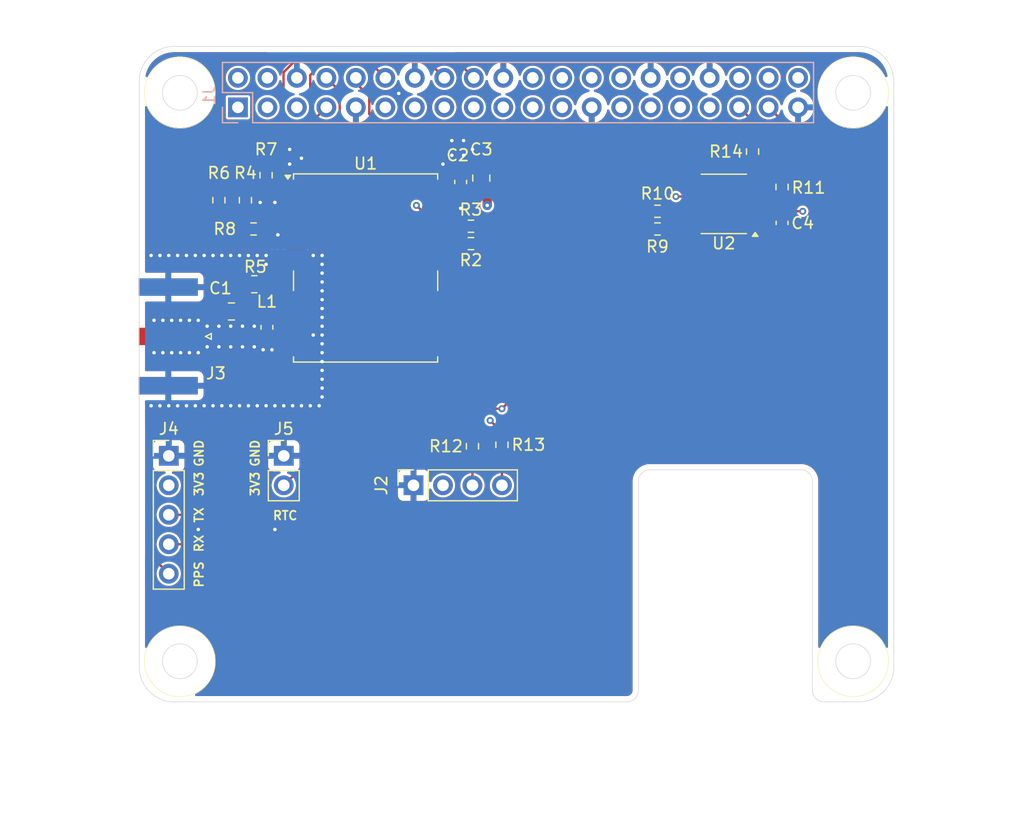
<source format=kicad_pcb>
(kicad_pcb (version 20241229) (generator "pcbnew") (generator_version "9.0")
  (layers (0 "F.Cu" signal) (4 "In1.Cu" signal) (6 "In2.Cu" signal) (2 "B.Cu" signal) (13 "F.Paste" user) (15 "B.Paste" user) (5 "F.SilkS" user "F.Silkscreen") (7 "B.SilkS" user "B.Silkscreen") (1 "F.Mask" user) (3 "B.Mask" user) (25 "Edge.Cuts" user))
  (net 0 "")
  (net 1 "GND")
  (net 2 "UART_TX")
  (net 3 "+3.3V")
  (net 4 "UART_RX")
  (net 5 "+5V")
  (net 6 "SCL")
  (net 7 "SDA")
  (net 8 "Net-(J3-In)")
  (net 11 "PPS")
  (net 38 "Net-(U1-TXD)")
  (net 39 "Net-(U1-RXD)")
  (net 40 "Net-(U1-TIMEPULSE)")
  (net 41 "Net-(U1-VCC_RF)")
  (net 42 "VCC_BCKP")
  (net 43 "Net-(C1-Pad1)")
  (net 44 "RESET")
  (net 45 "Net-(U1-~{RESET})")
  (net 46 "Net-(U1-SAFEBOOT_N)")
  (net 47 "SAFEBOOT")
  (net 48 "EXTINT")
  (net 49 "Net-(U1-EXTINT)")
  (net 50 "PPS_RTC")
  (net 51 "Net-(U2-SCL)")
  (net 52 "Net-(U2-SDA)")
  (net 53 "Net-(U2-~{INT}{slash}SQW)")
  (net 55 "Net-(J2-Pin_4)")
  (net 56 "Net-(J2-Pin_3)")
  (net 57 "RTC_RESET")
  (net 58 "Net-(U2-~{RST})")
  (footprint "Resistor_SMD:R_0805_2012Metric" (layer "F.Cu") (at 168.9125 51.5 180)
    (property "Reference" "R5" (at -0.0875 1.5 0) (layer "F.SilkS"))
    (property "Value" "10")
    (fp_line (start -0.227064 0.735) (end 0.227064 0.735) (stroke (width 0.12)) (layer "F.SilkS"))
    (fp_line (start -0.227064 -0.735) (end 0.227064 -0.735) (stroke (width 0.12)) (layer "F.SilkS"))
    (pad "1" smd roundrect (at -0.9125 0 180) (size 1.025 1.4) (layers "F.Cu" "F.Mask" "F.Paste") (roundrect_rratio 0.243902) (net 41 "Net-(U1-VCC_RF)"))
    (pad "2" smd roundrect (at 0.9125 0 180) (size 1.025 1.4) (layers "F.Cu" "F.Mask" "F.Paste") (roundrect_rratio 0.243902) (net 43 "Net-(C1-Pad1)"))
  )
  (footprint "Capacitor_SMD:C_0603_1608Metric" (layer "F.Cu") (at 186.69 42.685 -90)
    (property "Reference" "C2" (at -2.299 0.254 180) (layer "F.SilkS"))
    (property "Value" "1u")
    (fp_line (start -0.14058 0.51) (end 0.14058 0.51) (stroke (width 0.12)) (layer "F.SilkS"))
    (fp_line (start -0.14058 -0.51) (end 0.14058 -0.51) (stroke (width 0.12)) (layer "F.SilkS"))
    (pad "1" smd roundrect (at -0.775 0 270) (size 0.9 0.95) (layers "F.Cu" "F.Mask" "F.Paste") (net 1 "GND"))
    (pad "2" smd roundrect (at 0.775 0 270) (size 0.9 0.95) (layers "F.Cu" "F.Mask" "F.Paste") (net 3 "+3.3V"))
  )
  (footprint "Resistor_SMD:R_0603_1608Metric" (layer "F.Cu") (at 168.847 46.736)
    (property "Reference" "R8" (at -2.477 0 0) (layer "F.SilkS"))
    (property "Value" "33")
    (fp_line (start -0.237258 -0.5225) (end 0.237258 -0.5225) (stroke (width 0.12)) (layer "F.SilkS"))
    (fp_line (start -0.237258 0.5225) (end 0.237258 0.5225) (stroke (width 0.12)) (layer "F.SilkS"))
    (pad "1" smd roundrect (at -0.825 0) (size 0.8 0.95) (layers "F.Cu" "F.Mask" "F.Paste") (net 48 "EXTINT"))
    (pad "2" smd roundrect (at 0.825 0) (size 0.8 0.95) (layers "F.Cu" "F.Mask" "F.Paste") (net 49 "Net-(U1-EXTINT)"))
  )
  (footprint "Resistor_SMD:R_0603_1608Metric" (layer "F.Cu") (at 190.246 65.341 90)
    (property "Reference" "R13" (at 0 2.286 180) (layer "F.SilkS"))
    (property "Value" "33")
    (fp_line (start -0.237258 -0.5225) (end 0.237258 -0.5225) (stroke (width 0.12)) (layer "F.SilkS"))
    (fp_line (start -0.237258 0.5225) (end 0.237258 0.5225) (stroke (width 0.12)) (layer "F.SilkS"))
    (pad "1" smd roundrect (at -0.825 0 90) (size 0.8 0.95) (layers "F.Cu" "F.Mask" "F.Paste") (net 55 "Net-(J2-Pin_4)"))
    (pad "2" smd roundrect (at 0.825 0 90) (size 0.8 0.95) (layers "F.Cu" "F.Mask" "F.Paste") (net 7 "SDA"))
  )
  (footprint "Resistor_SMD:R_0603_1608Metric" (layer "F.Cu") (at 169.926 42.101 -90)
    (property "Reference" "R7" (at -2.223 0 180) (layer "F.SilkS"))
    (property "Value" "33")
    (fp_line (start -0.237258 0.5225) (end 0.237258 0.5225) (stroke (width 0.12)) (layer "F.SilkS"))
    (fp_line (start -0.237258 -0.5225) (end 0.237258 -0.5225) (stroke (width 0.12)) (layer "F.SilkS"))
    (pad "1" smd roundrect (at -0.825 0 270) (size 0.8 0.95) (layers "F.Cu" "F.Mask" "F.Paste") (net 47 "SAFEBOOT"))
    (pad "2" smd roundrect (at 0.825 0 270) (size 0.8 0.95) (layers "F.Cu" "F.Mask" "F.Paste") (net 46 "Net-(U1-SAFEBOOT_N)"))
  )
  (footprint "Resistor_SMD:R_0603_1608Metric" (layer "F.Cu") (at 187.706 65.469 -90)
    (property "Reference" "R12" (at 0 2.286 0) (layer "F.SilkS"))
    (property "Value" "33")
    (fp_line (start -0.237258 0.5225) (end 0.237258 0.5225) (stroke (width 0.12)) (layer "F.SilkS"))
    (fp_line (start -0.237258 -0.5225) (end 0.237258 -0.5225) (stroke (width 0.12)) (layer "F.SilkS"))
    (pad "1" smd roundrect (at -0.825 0 270) (size 0.8 0.95) (layers "F.Cu" "F.Mask" "F.Paste") (net 6 "SCL"))
    (pad "2" smd roundrect (at 0.825 0 270) (size 0.8 0.95) (layers "F.Cu" "F.Mask" "F.Paste") (net 56 "Net-(J2-Pin_3)"))
  )
  (footprint "Capacitor_SMD:C_0805_2012Metric" (layer "F.Cu") (at 188.468 42.352 -90)
    (property "Reference" "C3" (at -2.474 0 180) (layer "F.SilkS"))
    (property "Value" "22u")
    (fp_line (start -0.261252 0.735) (end 0.261252 0.735) (stroke (width 0.12)) (layer "F.SilkS"))
    (fp_line (start -0.261252 -0.735) (end 0.261252 -0.735) (stroke (width 0.12)) (layer "F.SilkS"))
    (pad "1" smd roundrect (at -0.95 0 270) (size 1 1.45) (layers "F.Cu" "F.Mask" "F.Paste") (net 1 "GND"))
    (pad "2" smd roundrect (at 0.95 0 270) (size 1 1.45) (layers "F.Cu" "F.Mask" "F.Paste") (net 3 "+3.3V"))
  )
  (footprint "Resistor_SMD:R_0603_1608Metric" (layer "F.Cu") (at 214.376 43.117 -90)
    (property "Reference" "R11" (at 0.063 -2.286 180) (layer "F.SilkS"))
    (property "Value" "33")
    (fp_line (start -0.237258 0.5225) (end 0.237258 0.5225) (stroke (width 0.12)) (layer "F.SilkS"))
    (fp_line (start -0.237258 -0.5225) (end 0.237258 -0.5225) (stroke (width 0.12)) (layer "F.SilkS"))
    (pad "1" smd roundrect (at -0.825 0 270) (size 0.8 0.95) (layers "F.Cu" "F.Mask" "F.Paste") (net 50 "PPS_RTC"))
    (pad "2" smd roundrect (at 0.825 0 270) (size 0.8 0.95) (layers "F.Cu" "F.Mask" "F.Paste") (net 53 "Net-(U2-~{INT}{slash}SQW)"))
  )
  (footprint "Capacitor_SMD:C_0603_1608Metric" (layer "F.Cu") (at 214.376 46.215 -90)
    (property "Reference" "C4" (at 0.013 -1.778 180) (layer "F.SilkS"))
    (property "Value" "1u")
    (fp_line (start -0.14058 0.51) (end 0.14058 0.51) (stroke (width 0.12)) (layer "F.SilkS"))
    (fp_line (start -0.14058 -0.51) (end 0.14058 -0.51) (stroke (width 0.12)) (layer "F.SilkS"))
    (pad "1" smd roundrect (at -0.775 0 270) (size 0.9 0.95) (layers "F.Cu" "F.Mask" "F.Paste") (net 3 "+3.3V"))
    (pad "2" smd roundrect (at 0.775 0 270) (size 0.9 0.95) (layers "F.Cu" "F.Mask" "F.Paste") (net 1 "GND"))
  )
  (footprint "RF_GPS:ublox_NEO" (layer "F.Cu") (at 178.5 50.1)
    (property "Reference" "U1" (at 0 -9 0) (layer "F.SilkS"))
    (property "Value" "NEO-F10T")
    (fp_line (start -6.21 -8.11) (end -6.21 -7.66) (stroke (width 0.12)) (layer "F.SilkS"))
    (fp_line (start -6.21 -8.11) (end 6.21 -8.11) (stroke (width 0.12)) (layer "F.SilkS"))
    (fp_line (start -6.21 0.26) (end -6.21 1.94) (stroke (width 0.12)) (layer "F.SilkS"))
    (fp_line (start -6.21 7.66) (end -6.21 8.11) (stroke (width 0.12)) (layer "F.SilkS"))
    (fp_line (start -6.21 8.11) (end 6.21 8.11) (stroke (width 0.12)) (layer "F.SilkS"))
    (fp_line (start 6.21 -8.11) (end 6.21 -7.66) (stroke (width 0.12)) (layer "F.SilkS"))
    (fp_line (start 6.21 0.26) (end 6.21 1.94) (stroke (width 0.12)) (layer "F.SilkS"))
    (fp_line (start 6.21 7.66) (end 6.21 8.1) (stroke (width 0.12)) (layer "F.SilkS"))
    (fp_poly (pts (xy -6.7 -7.66) (xy -6.94 -7.99) (xy -6.46 -7.99) (xy -6.7 -7.66)) (stroke (width 0.12)) (fill yes) (layer "F.SilkS"))
    (pad "1" smd roundrect (at -6 -7) (size 1.8 0.8) (layers "F.Cu" "F.Mask" "F.Paste") (net 46 "Net-(U1-SAFEBOOT_N)"))
    (pad "2" smd roundrect (at -6 -5.9) (size 1.8 0.8) (layers "F.Cu" "F.Mask" "F.Paste"))
    (pad "3" smd roundrect (at -6 -4.8) (size 1.8 0.8) (layers "F.Cu" "F.Mask" "F.Paste") (net 40 "Net-(U1-TIMEPULSE)"))
    (pad "4" smd roundrect (at -6 -3.7) (size 1.8 0.8) (layers "F.Cu" "F.Mask" "F.Paste") (net 49 "Net-(U1-EXTINT)"))
    (pad "5" smd roundrect (at -6 -2.6) (size 1.8 0.8) (layers "F.Cu" "F.Mask" "F.Paste"))
    (pad "6" smd roundrect (at -6 -1.5) (size 1.8 0.8) (layers "F.Cu" "F.Mask" "F.Paste"))
    (pad "7" smd roundrect (at -6 -0.4) (size 1.8 0.8) (layers "F.Cu" "F.Mask" "F.Paste"))
    (pad "8" smd roundrect (at -6 2.6) (size 1.8 0.8) (layers "F.Cu" "F.Mask" "F.Paste") (net 45 "Net-(U1-~{RESET})"))
    (pad "9" smd roundrect (at -6 3.7) (size 1.8 0.8) (layers "F.Cu" "F.Mask" "F.Paste") (net 41 "Net-(U1-VCC_RF)"))
    (pad "10" smd roundrect (at -6 4.8) (size 1.8 0.8) (layers "F.Cu" "F.Mask" "F.Paste") (net 1 "GND"))
    (pad "11" smd roundrect (at -6 5.9) (size 1.8 0.8) (layers "F.Cu" "F.Mask" "F.Paste") (net 8 "Net-(J3-In)"))
    (pad "12" smd roundrect (at -6 7) (size 1.8 0.8) (layers "F.Cu" "F.Mask" "F.Paste") (net 1 "GND"))
    (pad "13" smd roundrect (at 6 7) (size 1.8 0.8) (layers "F.Cu" "F.Mask" "F.Paste") (net 1 "GND"))
    (pad "14" smd roundrect (at 6 5.9) (size 1.8 0.8) (layers "F.Cu" "F.Mask" "F.Paste"))
    (pad "15" smd roundrect (at 6 4.8) (size 1.8 0.8) (layers "F.Cu" "F.Mask" "F.Paste"))
    (pad "16" smd roundrect (at 6 3.7) (size 1.8 0.8) (layers "F.Cu" "F.Mask" "F.Paste"))
    (pad "17" smd roundrect (at 6 2.6) (size 1.8 0.8) (layers "F.Cu" "F.Mask" "F.Paste"))
    (pad "18" smd roundrect (at 6 -0.4) (size 1.8 0.8) (layers "F.Cu" "F.Mask" "F.Paste"))
    (pad "19" smd roundrect (at 6 -1.5) (size 1.8 0.8) (layers "F.Cu" "F.Mask" "F.Paste"))
    (pad "20" smd roundrect (at 6 -2.6) (size 1.8 0.8) (layers "F.Cu" "F.Mask" "F.Paste") (net 38 "Net-(U1-TXD)"))
    (pad "21" smd roundrect (at 6 -3.7) (size 1.8 0.8) (layers "F.Cu" "F.Mask" "F.Paste") (net 39 "Net-(U1-RXD)"))
    (pad "22" smd roundrect (at 6 -4.8) (size 1.8 0.8) (layers "F.Cu" "F.Mask" "F.Paste") (net 42 "VCC_BCKP"))
    (pad "23" smd roundrect (at 6 -5.9) (size 1.8 0.8) (layers "F.Cu" "F.Mask" "F.Paste") (net 3 "+3.3V"))
    (pad "24" smd roundrect (at 6 -7) (size 1.8 0.8) (layers "F.Cu" "F.Mask" "F.Paste") (net 1 "GND"))
  )
  (footprint "Resistor_SMD:R_0603_1608Metric" (layer "F.Cu") (at 187.575 46.5)
    (property "Reference" "R3" (at 0 -1.43 0) (layer "F.SilkS"))
    (property "Value" "33")
    (fp_line (start -0.237258 -0.5225) (end 0.237258 -0.5225) (stroke (width 0.12)) (layer "F.SilkS"))
    (fp_line (start -0.237258 0.5225) (end 0.237258 0.5225) (stroke (width 0.12)) (layer "F.SilkS"))
    (pad "1" smd roundrect (at -0.825 0) (size 0.8 0.95) (layers "F.Cu" "F.Mask" "F.Paste") (net 39 "Net-(U1-RXD)"))
    (pad "2" smd roundrect (at 0.825 0) (size 0.8 0.95) (layers "F.Cu" "F.Mask" "F.Paste") (net 2 "UART_TX"))
  )
  (footprint "Inductor_SMD:L_0603_1608Metric" (layer "F.Cu") (at 170 55.2125 -90)
    (property "Reference" "L1" (at -2.2125 0 180) (layer "F.SilkS"))
    (property "Value" "47n")
    (fp_line (start -0.162779 0.51) (end 0.162779 0.51) (stroke (width 0.12)) (layer "F.SilkS"))
    (fp_line (start -0.162779 -0.51) (end 0.162779 -0.51) (stroke (width 0.12)) (layer "F.SilkS"))
    (pad "1" smd roundrect (at -0.7875 0 270) (size 0.875 0.95) (layers "F.Cu" "F.Mask" "F.Paste") (net 43 "Net-(C1-Pad1)"))
    (pad "2" smd roundrect (at 0.7875 0 270) (size 0.875 0.95) (layers "F.Cu" "F.Mask" "F.Paste") (net 8 "Net-(J3-In)"))
  )
  (footprint "Resistor_SMD:R_0603_1608Metric" (layer "F.Cu") (at 203.645 46.736)
    (property "Reference" "R9" (at 0 1.524 0) (layer "F.SilkS"))
    (property "Value" "33")
    (fp_line (start -0.237258 -0.5225) (end 0.237258 -0.5225) (stroke (width 0.12)) (layer "F.SilkS"))
    (fp_line (start -0.237258 0.5225) (end 0.237258 0.5225) (stroke (width 0.12)) (layer "F.SilkS"))
    (pad "1" smd roundrect (at -0.825 0) (size 0.8 0.95) (layers "F.Cu" "F.Mask" "F.Paste") (net 6 "SCL"))
    (pad "2" smd roundrect (at 0.825 0) (size 0.8 0.95) (layers "F.Cu" "F.Mask" "F.Paste") (net 51 "Net-(U2-SCL)"))
  )
  (footprint "Connector_Coaxial:SMA_Amphenol_132289_EdgeMount" (layer "F.Cu") (at 161.5 56 180)
    (property "Reference" "J3" (at -4.108 -3.182 180) (layer "F.SilkS"))
    (property "Value" "SMA")
    (fp_line (start -3.21 0) (end -3.71 -0.25) (stroke (width 0.12)) (layer "F.SilkS"))
    (fp_line (start -3.71 0.25) (end -3.21 0) (stroke (width 0.12)) (layer "F.SilkS"))
    (fp_line (start -3.71 -0.25) (end -3.71 0.25) (stroke (width 0.12)) (layer "F.SilkS"))
    (pad "1" smd rect (at 0 0 270) (size 1.5 5.08) (layers "F.Cu" "F.Mask" "F.Paste") (net 8 "Net-(J3-In)"))
    (pad "2" smd rect (at 0 -4.25 270) (size 1.5 5.08) (layers "F.Cu" "F.Mask" "F.Paste") (net 1 "GND"))
    (pad "2" smd rect (at 0 -4.25 270) (size 1.5 5.08) (layers "B.Cu" "B.Mask" "B.Paste") (net 1 "GND"))
    (pad "2" smd rect (at 0 4.25 270) (size 1.5 5.08) (layers "F.Cu" "F.Mask" "F.Paste") (net 1 "GND"))
    (pad "2" smd rect (at 0 4.25 270) (size 1.5 5.08) (layers "B.Cu" "B.Mask" "B.Paste") (net 1 "GND"))
  )
  (footprint "Package_SO:SOIC-8_3.9x4.9mm_P1.27mm" (layer "F.Cu") (at 209.361 44.577 180)
    (property "Reference" "U2" (at 0 -3.4 0) (layer "F.SilkS"))
    (property "Value" "DS3231MZ")
    (fp_line (start 0 2.56) (end 1.95 2.56) (stroke (width 0.12)) (layer "F.SilkS"))
    (fp_line (start 0 2.56) (end -1.95 2.56) (stroke (width 0.12)) (layer "F.SilkS"))
    (fp_line (start 0 -2.56) (end 1.95 -2.56) (stroke (width 0.12)) (layer "F.SilkS"))
    (fp_line (start 0 -2.56) (end -1.95 -2.56) (stroke (width 0.12)) (layer "F.SilkS"))
    (fp_poly (pts (xy -2.7 -2.465) (xy -2.94 -2.795) (xy -2.46 -2.795) (xy -2.7 -2.465)) (stroke (width 0.12)) (fill yes) (layer "F.SilkS"))
    (pad "1" smd roundrect (at -2.475 -1.905 180) (size 1.95 0.6) (layers "F.Cu" "F.Mask" "F.Paste"))
    (pad "2" smd roundrect (at -2.475 -0.635 180) (size 1.95 0.6) (layers "F.Cu" "F.Mask" "F.Paste") (net 3 "+3.3V"))
    (pad "3" smd roundrect (at -2.475 0.635 180) (size 1.95 0.6) (layers "F.Cu" "F.Mask" "F.Paste") (net 53 "Net-(U2-~{INT}{slash}SQW)"))
    (pad "4" smd roundrect (at -2.475 1.905 180) (size 1.95 0.6) (layers "F.Cu" "F.Mask" "F.Paste") (net 58 "Net-(U2-~{RST})"))
    (pad "5" smd roundrect (at 2.475 1.905 180) (size 1.95 0.6) (layers "F.Cu" "F.Mask" "F.Paste") (net 1 "GND"))
    (pad "6" smd roundrect (at 2.475 0.635 180) (size 1.95 0.6) (layers "F.Cu" "F.Mask" "F.Paste") (net 42 "VCC_BCKP"))
    (pad "7" smd roundrect (at 2.475 -0.635 180) (size 1.95 0.6) (layers "F.Cu" "F.Mask" "F.Paste") (net 52 "Net-(U2-SDA)"))
    (pad "8" smd roundrect (at 2.475 -1.905 180) (size 1.95 0.6) (layers "F.Cu" "F.Mask" "F.Paste") (net 51 "Net-(U2-SCL)"))
  )
  (footprint "Connector_PinHeader_2.54mm:PinHeader_1x05_P2.54mm_Vertical" (layer "F.Cu") (at 161.544 66.294)
    (property "Reference" "J4" (at 0 -2.33 0) (layer "F.SilkS"))
    (property "Value" "EXTERNAL")
    (fp_line (start -1.33 -1.33) (end 0 -1.33) (stroke (width 0.12)) (layer "F.SilkS"))
    (fp_line (start -1.33 0) (end -1.33 -1.33) (stroke (width 0.12)) (layer "F.SilkS"))
    (fp_line (start -1.33 1.27) (end -1.33 11.49) (stroke (width 0.12)) (layer "F.SilkS"))
    (fp_line (start -1.33 1.27) (end 1.33 1.27) (stroke (width 0.12)) (layer "F.SilkS"))
    (fp_line (start -1.33 11.49) (end 1.33 11.49) (stroke (width 0.12)) (layer "F.SilkS"))
    (fp_line (start 1.33 1.27) (end 1.33 11.49) (stroke (width 0.12)) (layer "F.SilkS"))
    (pad "1" thru_hole rect (at 0 0) (size 1.7 1.7) (drill 1) (layers "*.Cu" "*.Mask") (net 1 "GND"))
    (pad "2" thru_hole oval (at 0 2.54) (size 1.7 1.7) (drill 1) (layers "*.Cu" "*.Mask") (net 3 "+3.3V"))
    (pad "3" thru_hole oval (at 0 5.08) (size 1.7 1.7) (drill 1) (layers "*.Cu" "*.Mask") (net 2 "UART_TX"))
    (pad "4" thru_hole oval (at 0 7.62) (size 1.7 1.7) (drill 1) (layers "*.Cu" "*.Mask") (net 4 "UART_RX"))
    (pad "5" thru_hole oval (at 0 10.16) (size 1.7 1.7) (drill 1) (layers "*.Cu" "*.Mask") (net 11 "PPS"))
  )
  (footprint "Resistor_SMD:R_0603_1608Metric" (layer "F.Cu") (at 211.836 40.069 90)
    (property "Reference" "R14" (at 0 -2.286 180) (layer "F.SilkS"))
    (property "Value" "33")
    (fp_line (start -0.237258 -0.5225) (end 0.237258 -0.5225) (stroke (width 0.12)) (layer "F.SilkS"))
    (fp_line (start -0.237258 0.5225) (end 0.237258 0.5225) (stroke (width 0.12)) (layer "F.SilkS"))
    (pad "1" smd roundrect (at -0.825 0 90) (size 0.8 0.95) (layers "F.Cu" "F.Mask" "F.Paste") (net 58 "Net-(U2-~{RST})"))
    (pad "2" smd roundrect (at 0.825 0 90) (size 0.8 0.95) (layers "F.Cu" "F.Mask" "F.Paste") (net 57 "RTC_RESET"))
  )
  (footprint "Resistor_SMD:R_0603_1608Metric" (layer "F.Cu") (at 187.575 48 180)
    (property "Reference" "R2" (at 0 -1.43 0) (layer "F.SilkS"))
    (property "Value" "33")
    (fp_line (start -0.237258 0.5225) (end 0.237258 0.5225) (stroke (width 0.12)) (layer "F.SilkS"))
    (fp_line (start -0.237258 -0.5225) (end 0.237258 -0.5225) (stroke (width 0.12)) (layer "F.SilkS"))
    (pad "1" smd roundrect (at -0.825 0 180) (size 0.8 0.95) (layers "F.Cu" "F.Mask" "F.Paste") (net 4 "UART_RX"))
    (pad "2" smd roundrect (at 0.825 0 180) (size 0.8 0.95) (layers "F.Cu" "F.Mask" "F.Paste") (net 38 "Net-(U1-TXD)"))
  )
  (footprint "Resistor_SMD:R_0603_1608Metric" (layer "F.Cu") (at 203.645 45.212 180)
    (property "Reference" "R10" (at 0 1.524 0) (layer "F.SilkS"))
    (property "Value" "33")
    (fp_line (start -0.237258 0.5225) (end 0.237258 0.5225) (stroke (width 0.12)) (layer "F.SilkS"))
    (fp_line (start -0.237258 -0.5225) (end 0.237258 -0.5225) (stroke (width 0.12)) (layer "F.SilkS"))
    (pad "1" smd roundrect (at -0.825 0 180) (size 0.8 0.95) (layers "F.Cu" "F.Mask" "F.Paste") (net 52 "Net-(U2-SDA)"))
    (pad "2" smd roundrect (at 0.825 0 180) (size 0.8 0.95) (layers "F.Cu" "F.Mask" "F.Paste") (net 7 "SDA"))
  )
  (footprint "Connector_PinSocket_2.54mm:PinSocket_1x04_P2.54mm_Vertical" (layer "F.Cu") (at 182.626 68.834 90)
    (property "Reference" "J2" (at 0 -2.77 90) (layer "F.SilkS"))
    (property "Value" "OLED")
    (fp_line (start 1.33 -1.33) (end 1.33 0) (stroke (width 0.12)) (layer "F.SilkS"))
    (fp_line (start 0 -1.33) (end 1.33 -1.33) (stroke (width 0.12)) (layer "F.SilkS"))
    (fp_line (start 1.33 1.27) (end 1.33 8.95) (stroke (width 0.12)) (layer "F.SilkS"))
    (fp_line (start -1.33 1.27) (end 1.33 1.27) (stroke (width 0.12)) (layer "F.SilkS"))
    (fp_line (start -1.33 1.27) (end -1.33 8.95) (stroke (width 0.12)) (layer "F.SilkS"))
    (fp_line (start -1.33 8.95) (end 1.33 8.95) (stroke (width 0.12)) (layer "F.SilkS"))
    (pad "1" thru_hole rect (at 0 0 90) (size 1.7 1.7) (drill 1) (layers "*.Cu" "*.Mask") (net 1 "GND"))
    (pad "2" thru_hole oval (at 0 2.54 90) (size 1.7 1.7) (drill 1) (layers "*.Cu" "*.Mask") (net 3 "+3.3V"))
    (pad "3" thru_hole oval (at 0 5.08 90) (size 1.7 1.7) (drill 1) (layers "*.Cu" "*.Mask") (net 56 "Net-(J2-Pin_3)"))
    (pad "4" thru_hole oval (at 0 7.62 90) (size 1.7 1.7) (drill 1) (layers "*.Cu" "*.Mask") (net 55 "Net-(J2-Pin_4)"))
  )
  (footprint "Resistor_SMD:R_0603_1608Metric" (layer "F.Cu") (at 165.862 44.259 90)
    (property "Reference" "R6" (at 2.349 0 180) (layer "F.SilkS"))
    (property "Value" "33")
    (fp_line (start -0.237258 -0.5225) (end 0.237258 -0.5225) (stroke (width 0.12)) (layer "F.SilkS"))
    (fp_line (start -0.237258 0.5225) (end 0.237258 0.5225) (stroke (width 0.12)) (layer "F.SilkS"))
    (pad "1" smd roundrect (at -0.825 0 90) (size 0.8 0.95) (layers "F.Cu" "F.Mask" "F.Paste") (net 45 "Net-(U1-~{RESET})"))
    (pad "2" smd roundrect (at 0.825 0 90) (size 0.8 0.95) (layers "F.Cu" "F.Mask" "F.Paste") (net 44 "RESET"))
  )
  (footprint "Capacitor_SMD:C_0805_2012Metric" (layer "F.Cu") (at 166.944 53.848 180)
    (property "Reference" "C1" (at 0.95 2 0) (layer "F.SilkS"))
    (property "Value" "10n")
    (fp_line (start -0.261252 0.735) (end 0.261252 0.735) (stroke (width 0.12)) (layer "F.SilkS"))
    (fp_line (start -0.261252 -0.735) (end 0.261252 -0.735) (stroke (width 0.12)) (layer "F.SilkS"))
    (pad "1" smd roundrect (at -0.95 0 180) (size 1 1.45) (layers "F.Cu" "F.Mask" "F.Paste") (net 43 "Net-(C1-Pad1)"))
    (pad "2" smd roundrect (at 0.95 0 180) (size 1 1.45) (layers "F.Cu" "F.Mask" "F.Paste") (net 1 "GND"))
  )
  (footprint "Connector_PinHeader_2.54mm:PinHeader_1x02_P2.54mm_Vertical" (layer "F.Cu") (at 171.45 66.294)
    (property "Reference" "J5" (at 0 -2.33 0) (layer "F.SilkS"))
    (property "Value" "BCKP_PWR")
    (fp_line (start -1.33 -1.33) (end 0 -1.33) (stroke (width 0.12)) (layer "F.SilkS"))
    (fp_line (start -1.33 0) (end -1.33 -1.33) (stroke (width 0.12)) (layer "F.SilkS"))
    (fp_line (start -1.33 1.27) (end -1.33 3.87) (stroke (width 0.12)) (layer "F.SilkS"))
    (fp_line (start -1.33 1.27) (end 1.33 1.27) (stroke (width 0.12)) (layer "F.SilkS"))
    (fp_line (start -1.33 3.87) (end 1.33 3.87) (stroke (width 0.12)) (layer "F.SilkS"))
    (fp_line (start 1.33 1.27) (end 1.33 3.87) (stroke (width 0.12)) (layer "F.SilkS"))
    (pad "1" thru_hole rect (at 0 0) (size 1.7 1.7) (drill 1) (layers "*.Cu" "*.Mask") (net 1 "GND"))
    (pad "2" thru_hole oval (at 0 2.54) (size 1.7 1.7) (drill 1) (layers "*.Cu" "*.Mask") (net 42 "VCC_BCKP"))
  )
  (footprint "Resistor_SMD:R_0603_1608Metric" (layer "F.Cu") (at 168.148 44.259 -90)
    (property "Reference" "R4" (at -2.349 0 180) (layer "F.SilkS"))
    (property "Value" "33")
    (fp_line (start -0.237258 0.5225) (end 0.237258 0.5225) (stroke (width 0.12)) (layer "F.SilkS"))
    (fp_line (start -0.237258 -0.5225) (end 0.237258 -0.5225) (stroke (width 0.12)) (layer "F.SilkS"))
    (pad "1" smd roundrect (at -0.825 0 270) (size 0.8 0.95) (layers "F.Cu" "F.Mask" "F.Paste") (net 11 "PPS"))
    (pad "2" smd roundrect (at 0.825 0 270) (size 0.8 0.95) (layers "F.Cu" "F.Mask" "F.Paste") (net 40 "Net-(U1-TIMEPULSE)"))
  )
  (footprint "Connector_PinSocket_2.54mm:PinSocket_2x20_P2.54mm_Vertical" (layer "B.Cu") (at 167.5 36.25 -90)
    (property "Reference" "J1" (at -1 2.46 90) (layer "B.SilkS") (effects (justify mirror)))
    (property "Value" "Raspberry_Pi_4")
    (fp_line (start -3.87 1.33) (end -1.27 1.33) (stroke (width 0.12)) (layer "B.SilkS"))
    (fp_line (start -3.87 1.33) (end -3.87 -49.59) (stroke (width 0.12)) (layer "B.SilkS"))
    (fp_line (start -1.27 1.33) (end -1.27 -1.27) (stroke (width 0.12)) (layer "B.SilkS"))
    (fp_line (start 0 1.33) (end 1.33 1.33) (stroke (width 0.12)) (layer "B.SilkS"))
    (fp_line (start 1.33 1.33) (end 1.33 0) (stroke (width 0.12)) (layer "B.SilkS"))
    (fp_line (start -1.27 -1.27) (end 1.33 -1.27) (stroke (width 0.12)) (layer "B.SilkS"))
    (fp_line (start 1.33 -1.27) (end 1.33 -49.59) (stroke (width 0.12)) (layer "B.SilkS"))
    (fp_line (start -3.87 -49.59) (end 1.33 -49.59) (stroke (width 0.12)) (layer "B.SilkS"))
    (pad "1" thru_hole rect (at 0 0 270) (size 1.7 1.7) (drill 1) (layers "*.Cu" "*.Mask") (net 3 "+3.3V"))
    (pad "2" thru_hole oval (at -2.54 0 270) (size 1.7 1.7) (drill 1) (layers "*.Cu" "*.Mask") (net 5 "+5V"))
    (pad "3" thru_hole oval (at 0 -2.54 270) (size 1.7 1.7) (drill 1) (layers "*.Cu" "*.Mask") (net 7 "SDA"))
    (pad "4" thru_hole oval (at -2.54 -2.54 270) (size 1.7 1.7) (drill 1) (layers "*.Cu" "*.Mask") (net 5 "+5V"))
    (pad "5" thru_hole oval (at 0 -5.08 270) (size 1.7 1.7) (drill 1) (layers "*.Cu" "*.Mask") (net 6 "SCL"))
    (pad "6" thru_hole oval (at -2.54 -5.08 270) (size 1.7 1.7) (drill 1) (layers "*.Cu" "*.Mask") (net 1 "GND"))
    (pad "7" thru_hole oval (at 0 -7.62 270) (size 1.7 1.7) (drill 1) (layers "*.Cu" "*.Mask") (net 11 "PPS"))
    (pad "8" thru_hole oval (at -2.54 -7.62 270) (size 1.7 1.7) (drill 1) (layers "*.Cu" "*.Mask") (net 2 "UART_TX"))
    (pad "9" thru_hole oval (at 0 -10.16 270) (size 1.7 1.7) (drill 1) (layers "*.Cu" "*.Mask") (net 1 "GND"))
    (pad "10" thru_hole oval (at -2.54 -10.16 270) (size 1.7 1.7) (drill 1) (layers "*.Cu" "*.Mask") (net 4 "UART_RX"))
    (pad "11" thru_hole oval (at 0 -12.7 270) (size 1.7 1.7) (drill 1) (layers "*.Cu" "*.Mask"))
    (pad "12" thru_hole oval (at -2.54 -12.7 270) (size 1.7 1.7) (drill 1) (layers "*.Cu" "*.Mask") (net 47 "SAFEBOOT"))
    (pad "13" thru_hole oval (at 0 -15.24 270) (size 1.7 1.7) (drill 1) (layers "*.Cu" "*.Mask"))
    (pad "14" thru_hole oval (at -2.54 -15.24 270) (size 1.7 1.7) (drill 1) (layers "*.Cu" "*.Mask") (net 1 "GND"))
    (pad "15" thru_hole oval (at 0 -17.78 270) (size 1.7 1.7) (drill 1) (layers "*.Cu" "*.Mask"))
    (pad "16" thru_hole oval (at -2.54 -17.78 270) (size 1.7 1.7) (drill 1) (layers "*.Cu" "*.Mask") (net 48 "EXTINT"))
    (pad "17" thru_hole oval (at 0 -20.32 270) (size 1.7 1.7) (drill 1) (layers "*.Cu" "*.Mask") (net 3 "+3.3V"))
    (pad "18" thru_hole oval (at -2.54 -20.32 270) (size 1.7 1.7) (drill 1) (layers "*.Cu" "*.Mask") (net 44 "RESET"))
    (pad "19" thru_hole oval (at 0 -22.86 270) (size 1.7 1.7) (drill 1) (layers "*.Cu" "*.Mask"))
    (pad "20" thru_hole oval (at -2.54 -22.86 270) (size 1.7 1.7) (drill 1) (layers "*.Cu" "*.Mask") (net 1 "GND"))
    (pad "21" thru_hole oval (at 0 -25.4 270) (size 1.7 1.7) (drill 1) (layers "*.Cu" "*.Mask"))
    (pad "22" thru_hole oval (at -2.54 -25.4 270) (size 1.7 1.7) (drill 1) (layers "*.Cu" "*.Mask"))
    (pad "23" thru_hole oval (at 0 -27.94 270) (size 1.7 1.7) (drill 1) (layers "*.Cu" "*.Mask"))
    (pad "24" thru_hole oval (at -2.54 -27.94 270) (size 1.7 1.7) (drill 1) (layers "*.Cu" "*.Mask"))
    (pad "25" thru_hole oval (at 0 -30.48 270) (size 1.7 1.7) (drill 1) (layers "*.Cu" "*.Mask") (net 1 "GND"))
    (pad "26" thru_hole oval (at -2.54 -30.48 270) (size 1.7 1.7) (drill 1) (layers "*.Cu" "*.Mask"))
    (pad "27" thru_hole oval (at 0 -33.02 270) (size 1.7 1.7) (drill 1) (layers "*.Cu" "*.Mask"))
    (pad "28" thru_hole oval (at -2.54 -33.02 270) (size 1.7 1.7) (drill 1) (layers "*.Cu" "*.Mask"))
    (pad "29" thru_hole oval (at 0 -35.56 270) (size 1.7 1.7) (drill 1) (layers "*.Cu" "*.Mask"))
    (pad "30" thru_hole oval (at -2.54 -35.56 270) (size 1.7 1.7) (drill 1) (layers "*.Cu" "*.Mask") (net 1 "GND"))
    (pad "31" thru_hole oval (at 0 -38.1 270) (size 1.7 1.7) (drill 1) (layers "*.Cu" "*.Mask"))
    (pad "32" thru_hole oval (at -2.54 -38.1 270) (size 1.7 1.7) (drill 1) (layers "*.Cu" "*.Mask"))
    (pad "33" thru_hole oval (at 0 -40.64 270) (size 1.7 1.7) (drill 1) (layers "*.Cu" "*.Mask"))
    (pad "34" thru_hole oval (at -2.54 -40.64 270) (size 1.7 1.7) (drill 1) (layers "*.Cu" "*.Mask") (net 1 "GND"))
    (pad "35" thru_hole oval (at 0 -43.18 270) (size 1.7 1.7) (drill 1) (layers "*.Cu" "*.Mask") (net 57 "RTC_RESET"))
    (pad "36" thru_hole oval (at -2.54 -43.18 270) (size 1.7 1.7) (drill 1) (layers "*.Cu" "*.Mask"))
    (pad "37" thru_hole oval (at 0 -45.72 270) (size 1.7 1.7) (drill 1) (layers "*.Cu" "*.Mask") (net 50 "PPS_RTC"))
    (pad "38" thru_hole oval (at -2.54 -45.72 270) (size 1.7 1.7) (drill 1) (layers "*.Cu" "*.Mask"))
    (pad "39" thru_hole oval (at 0 -48.26 270) (size 1.7 1.7) (drill 1) (layers "*.Cu" "*.Mask") (net 1 "GND"))
    (pad "40" thru_hole oval (at -2.54 -48.26 270) (size 1.7 1.7) (drill 1) (layers "*.Cu" "*.Mask"))
  )
  (gr_circle (center 220.5 84) (end 220.5 87.05) (stroke (width 0.05)) (fill no) (layer "F.SilkS"))
  (gr_circle (center 220.5 35) (end 220.5 38.05) (stroke (width 0.05)) (fill no) (layer "F.SilkS"))
  (gr_circle (center 162.5 84) (end 162.5 87.05) (stroke (width 0.05)) (fill no) (layer "F.SilkS"))
  (gr_circle (center 162.5 35) (end 162.5 38.05) (stroke (width 0.05)) (fill no) (layer "F.SilkS"))
  (gr_circle (center 220.5 35) (end 220.5 36.5) (stroke (width 0.05)) (fill no) (layer "Edge.Cuts"))
  (gr_line (start 162 31) (end 221 31) (stroke (width 0.05)) (layer "Edge.Cuts"))
  (gr_line (start 201 87.5) (end 162 87.5) (stroke (width 0.05)) (layer "Edge.Cuts"))
  (gr_circle (center 162.5 35) (end 162.5 36.5) (stroke (width 0.05)) (fill no) (layer "Edge.Cuts"))
  (gr_line (start 159 84.5) (end 159 34) (stroke (width 0.05)) (layer "Edge.Cuts"))
  (gr_arc (start 218 87.5) (mid 217.292893 87.207107) (end 217 86.5) (stroke (width 0.05)) (layer "Edge.Cuts"))
  (gr_circle (center 162.5 84) (end 162.5 85.5) (stroke (width 0.05)) (fill no) (layer "Edge.Cuts"))
  (gr_line (start 217 68.5) (end 217 86.5) (stroke (width 0.05)) (layer "Edge.Cuts"))
  (gr_arc (start 159 34) (mid 159.87868 31.87868) (end 162 31) (stroke (width 0.05)) (layer "Edge.Cuts"))
  (gr_line (start 224 34) (end 224 84.5) (stroke (width 0.05)) (layer "Edge.Cuts"))
  (gr_arc (start 162 87.5) (mid 159.87868 86.62132) (end 159 84.5) (stroke (width 0.05)) (layer "Edge.Cuts"))
  (gr_circle (center 220.5 84) (end 220.5 85.5) (stroke (width 0.05)) (fill no) (layer "Edge.Cuts"))
  (gr_arc (start 216 67.5) (mid 216.707107 67.792893) (end 217 68.5) (stroke (width 0.05)) (layer "Edge.Cuts"))
  (gr_arc (start 202 68.5) (mid 202.292893 67.792893) (end 203 67.5) (stroke (width 0.05)) (layer "Edge.Cuts"))
  (gr_line (start 202 86.5) (end 202 68.5) (stroke (width 0.05)) (layer "Edge.Cuts"))
  (gr_arc (start 202 86.5) (mid 201.707107 87.207107) (end 201 87.5) (stroke (width 0.05)) (layer "Edge.Cuts"))
  (gr_line (start 203 67.5) (end 216 67.5) (stroke (width 0.05)) (layer "Edge.Cuts"))
  (gr_arc (start 221 31) (mid 223.12132 31.87868) (end 224 34) (stroke (width 0.05)) (layer "Edge.Cuts"))
  (gr_line (start 221 87.5) (end 218 87.5) (stroke (width 0.05)) (layer "Edge.Cuts"))
  (gr_arc (start 224 84.5) (mid 223.12132 86.62132) (end 221 87.5) (stroke (width 0.05)) (layer "Edge.Cuts"))
  (gr_text "GND" (at 164.592 67.31 90) (layer "F.SilkS") (effects (font (size 0.75 0.75) (thickness 0.15) (bold yes)) (justify left bottom)))
  (gr_text "RTC\n" (at 170.434 71.882 0) (layer "F.SilkS") (effects (font (size 0.75 0.75) (thickness 0.15) (bold yes)) (justify left bottom)))
  (gr_text "PPS" (at 164.592 77.724 90) (layer "F.SilkS") (effects (font (size 0.75 0.75) (thickness 0.15) (bold yes)) (justify left bottom)))
  (gr_text "3V3" (at 169.418 69.85 90) (layer "F.SilkS") (effects (font (size 0.75 0.75) (thickness 0.15) (bold yes)) (justify left bottom)))
  (gr_text "TX\n" (at 164.592 72.136 90) (layer "F.SilkS") (effects (font (size 0.75 0.75) (thickness 0.15) (bold yes)) (justify left bottom)))
  (gr_text "GND" (at 169.418 67.31 90) (layer "F.SilkS") (effects (font (size 0.75 0.75) (thickness 0.15) (bold yes)) (justify left bottom)))
  (gr_text "3V3" (at 164.592 69.85 90) (layer "F.SilkS") (effects (font (size 0.75 0.75) (thickness 0.15) (bold yes)) (justify left bottom)))
  (gr_text "RX\n" (at 164.592 74.676 90) (layer "F.SilkS") (effects (font (size 0.75 0.75) (thickness 0.15) (bold yes)) (justify left bottom)))
  (via (at 169.926 61.976) (size 0.6) (drill 0.3) (layers "F.Cu" "B.Cu") (net 1))
  (via (at 167.64 49.022) (size 0.6) (drill 0.3) (layers "F.Cu" "B.Cu") (net 1))
  (via (at 174.752 58.166) (size 0.6) (drill 0.3) (layers "F.Cu" "B.Cu") (net 1))
  (via (at 166.878 49.022) (size 0.6) (drill 0.3) (layers "F.Cu" "B.Cu") (net 1))
  (via (at 174.752 50.546) (size 0.6) (drill 0.3) (layers "F.Cu" "B.Cu") (net 1))
  (via (at 160.02 61.976) (size 0.6) (drill 0.3) (layers "F.Cu" "B.Cu") (net 1))
  (via (at 162.306 49.022) (size 0.6) (drill 0.3) (layers "F.Cu" "B.Cu") (net 1))
  (via (at 167.894 56.896) (size 0.6) (drill 0.3) (layers "F.Cu" "B.Cu") (net 1))
  (via (at 174.752 56.642) (size 0.6) (drill 0.3) (layers "F.Cu" "B.Cu") (net 1))
  (via (at 173.99 49.022) (size 0.6) (drill 0.3) (layers "F.Cu" "B.Cu") (net 1))
  (via (at 160.02 49.022) (size 0.6) (drill 0.3) (layers "F.Cu" "B.Cu") (net 1))
  (via (at 174.752 55.88) (size 0.6) (drill 0.3) (layers "F.Cu" "B.Cu") (net 1))
  (via (at 160.782 61.976) (size 0.6) (drill 0.3) (layers "F.Cu" "B.Cu") (net 1))
  (via (at 161.798 57.404) (size 0.6) (drill 0.3) (layers "F.Cu" "B.Cu") (net 1))
  (via (at 162.306 61.976) (size 0.6) (drill 0.3) (layers "F.Cu" "B.Cu") (net 1))
  (via (at 174.498 61.976) (size 0.6) (drill 0.3) (layers "F.Cu" "B.Cu") (net 1))
  (via (at 170.942 47.244) (size 0.6) (drill 0.3) (layers "F.Cu" "B.Cu") (net 1))
  (via (at 167.64 61.976) (size 0.6) (drill 0.3) (layers "F.Cu" "B.Cu") (net 1))
  (via (at 174.752 52.832) (size 0.6) (drill 0.3) (layers "F.Cu" "B.Cu") (net 1))
  (via (at 174.752 57.404) (size 0.6) (drill 0.3) (layers "F.Cu" "B.Cu") (net 1))
  (via (at 168.402 49.022) (size 0.6) (drill 0.3) (layers "F.Cu" "B.Cu") (net 1))
  (via (at 174.752 49.022) (size 0.6) (drill 0.3) (layers "F.Cu" "B.Cu") (net 1))
  (via (at 161.544 61.976) (size 0.6) (drill 0.3) (layers "F.Cu" "B.Cu") (net 1))
  (via (at 185.928 40.386) (size 0.6) (drill 0.3) (layers "F.Cu" "B.Cu") (net 1))
  (via (at 170.688 44.45) (size 0.6) (drill 0.3) (layers "F.Cu" "B.Cu") (net 1))
  (via (at 173.736 61.976) (size 0.6) (drill 0.3) (layers "F.Cu" "B.Cu") (net 1))
  (via (at 186.69 44.958) (size 0.6) (drill 0.3) (layers "F.Cu" "B.Cu") (net 1))
  (via (at 172.212 61.976) (size 0.6) (drill 0.3) (layers "F.Cu" "B.Cu") (net 1))
  (via (at 164.846 56.896) (size 0.6) (drill 0.3) (layers "F.Cu" "B.Cu") (net 1))
  (via (at 161.036 54.61) (size 0.6) (drill 0.3) (layers "F.Cu" "B.Cu") (net 1))
  (via (at 161.544 49.022) (size 0.6) (drill 0.3) (layers "F.Cu" "B.Cu") (net 1))
  (via (at 174.752 51.308) (size 0.6) (drill 0.3) (layers "F.Cu" "B.Cu") (net 1))
  (via (at 165.354 49.022) (size 0.6) (drill 0.3) (layers "F.Cu" "B.Cu") (net 1))
  (via (at 171.958 39.878) (size 0.6) (drill 0.3) (layers "F.Cu" "B.Cu") (net 1))
  (via (at 162.56 54.61) (size 0.6) (drill 0.3) (layers "F.Cu" "B.Cu") (net 1))
  (via (at 164.592 61.976) (size 0.6) (drill 0.3) (layers "F.Cu" "B.Cu") (net 1))
  (via (at 164.592 49.022) (size 0.6) (drill 0.3) (layers "F.Cu" "B.Cu") (net 1))
  (via (at 186.944 39.116) (size 0.6) (drill 0.3) (layers "F.Cu" "B.Cu") (net 1))
  (via (at 174.752 59.69) (size 0.6) (drill 0.3) (layers "F.Cu" "B.Cu") (net 1))
  (via (at 170.688 72.644) (size 0.6) (drill 0.3) (layers "F.Cu" "B.Cu") (net 1))
  (via (at 163.83 49.022) (size 0.6) (drill 0.3) (layers "F.Cu" "B.Cu") (net 1))
  (via (at 161.036 57.404) (size 0.6) (drill 0.3) (layers "F.Cu" "B.Cu") (net 1))
  (via (at 164.084 57.404) (size 0.6) (drill 0.3) (layers "F.Cu" "B.Cu") (net 1))
  (via (at 163.068 61.976) (size 0.6) (drill 0.3) (layers "F.Cu" "B.Cu") (net 1))
  (via (at 163.068 49.022) (size 0.6) (drill 0.3) (layers "F.Cu" "B.Cu") (net 1))
  (via (at 185.928 39.116) (size 0.6) (drill 0.3) (layers "F.Cu" "B.Cu") (net 1))
  (via (at 160.782 49.022) (size 0.6) (drill 0.3) (layers "F.Cu" "B.Cu") (net 1))
  (via (at 168.91 56.896) (size 0.6) (drill 0.3) (layers "F.Cu" "B.Cu") (net 1))
  (via (at 169.926 49.022) (size 0.6) (drill 0.3) (layers "F.Cu" "B.Cu") (net 1))
  (via (at 163.322 57.404) (size 0.6) (drill 0.3) (layers "F.Cu" "B.Cu") (net 1))
  (via (at 173.99 55.88) (size 0.6) (drill 0.3) (layers "F.Cu" "B.Cu") (net 1))
  (via (at 169.164 61.976) (size 0.6) (drill 0.3) (layers "F.Cu" "B.Cu") (net 1))
  (via (at 174.752 52.07) (size 0.6) (drill 0.3) (layers "F.Cu" "B.Cu") (net 1))
  (via (at 166.878 61.976) (size 0.6) (drill 0.3) (layers "F.Cu" "B.Cu") (net 1))
  (via (at 160.274 57.404) (size 0.6) (drill 0.3) (layers "F.Cu" "B.Cu") (net 1))
  (via (at 168.91 55.118) (size 0.6) (drill 0.3) (layers "F.Cu" "B.Cu") (net 1))
  (via (at 161.798 54.61) (size 0.6) (drill 0.3) (layers "F.Cu" "B.Cu") (net 1))
  (via (at 174.752 61.214) (size 0.6) (drill 0.3) (layers "F.Cu" "B.Cu") (net 1))
  (via (at 166.878 56.896) (size 0.6) (drill 0.3) (layers "F.Cu" "B.Cu") (net 1))
  (via (at 168.402 61.976) (size 0.6) (drill 0.3) (layers "F.Cu" "B.Cu") (net 1))
  (via (at 169.164 49.022) (size 0.6) (drill 0.3) (layers "F.Cu" "B.Cu") (net 1))
  (via (at 187.706 39.878) (size 0.6) (drill 0.3) (layers "F.Cu" "B.Cu") (net 1))
  (via (at 186.944 40.386) (size 0.6) (drill 0.3) (layers "F.Cu" "B.Cu") (net 1))
  (via (at 174.752 54.356) (size 0.6) (drill 0.3) (layers "F.Cu" "B.Cu") (net 1))
  (via (at 170.434 57.15) (size 0.6) (drill 0.3) (layers "F.Cu" "B.Cu") (net 1))
  (via (at 167.894 55.118) (size 0.6) (drill 0.3) (layers "F.Cu" "B.Cu") (net 1))
  (via (at 169.672 57.15) (size 0.6) (drill 0.3) (layers "F.Cu" "B.Cu") (net 1))
  (via (at 164.084 54.61) (size 0.6) (drill 0.3) (layers "F.Cu" "B.Cu") (net 1))
  (via (at 172.974 40.64) (size 0.6) (drill 0.3) (layers "F.Cu" "B.Cu") (net 1))
  (via (at 174.752 60.452) (size 0.6) (drill 0.3) (layers "F.Cu" "B.Cu") (net 1))
  (via (at 185.166 41.148) (size 0.6) (drill 0.3) (layers "F.Cu" "B.Cu") (net 1))
  (via (at 164.846 55.118) (size 0.6) (drill 0.3) (layers "F.Cu" "B.Cu") (net 1))
  (via (at 171.45 61.976) (size 0.6) (drill 0.3) (layers "F.Cu" "B.Cu") (net 1))
  (via (at 164.084 72.644) (size 0.6) (drill 0.3) (layers "F.Cu" "B.Cu") (net 1))
  (via (at 181.356 35.052) (size 0.6) (drill 0.3) (layers "F.Cu" "B.Cu") (net 1))
  (via (at 170.688 61.976) (size 0.6) (drill 0.3) (layers "F.Cu" "B.Cu") (net 1))
  (via (at 174.752 53.594) (size 0.6) (drill 0.3) (layers "F.Cu" "B.Cu") (net 1))
  (via (at 169.926 49.784) (size 0.6) (drill 0.3) (layers "F.Cu" "B.Cu") (net 1))
  (via (at 166.878 55.118) (size 0.6) (drill 0.3) (layers "F.Cu" "B.Cu") (net 1))
  (via (at 172.974 61.976) (size 0.6) (drill 0.3) (layers "F.Cu" "B.Cu") (net 1))
  (via (at 174.752 55.118) (size 0.6) (drill 0.3) (layers "F.Cu" "B.Cu") (net 1))
  (via (at 171.958 41.148) (size 0.6) (drill 0.3) (layers "F.Cu" "B.Cu") (net 1))
  (via (at 163.322 54.61) (size 0.6) (drill 0.3) (layers "F.Cu" "B.Cu") (net 1))
  (via (at 160.274 54.61) (size 0.6) (drill 0.3) (layers "F.Cu" "B.Cu") (net 1))
  (via (at 163.83 61.976) (size 0.6) (drill 0.3) (layers "F.Cu" "B.Cu") (net 1))
  (via (at 165.862 55.118) (size 0.6) (drill 0.3) (layers "F.Cu" "B.Cu") (net 1))
  (via (at 174.752 49.784) (size 0.6) (drill 0.3) (layers "F.Cu" "B.Cu") (net 1))
  (via (at 165.862 56.896) (size 0.6) (drill 0.3) (layers "F.Cu" "B.Cu") (net 1))
  (via (at 165.354 61.976) (size 0.6) (drill 0.3) (layers "F.Cu" "B.Cu") (net 1))
  (via (at 162.56 57.404) (size 0.6) (drill 0.3) (layers "F.Cu" "B.Cu") (net 1))
  (via (at 166.116 49.022) (size 0.6) (drill 0.3) (layers "F.Cu" "B.Cu") (net 1))
  (via (at 166.116 61.976) (size 0.6) (drill 0.3) (layers "F.Cu" "B.Cu") (net 1))
  (via (at 174.752 58.928) (size 0.6) (drill 0.3) (layers "F.Cu" "B.Cu") (net 1))
  (via (at 169.418 44.45) (size 0.6) (drill 0.3) (layers "F.Cu" "B.Cu") (net 1))
  (segment (start 187.699 47.201) (end 188.4 46.5) (width 0.2) (layer "F.Cu") (net 2))
  (segment (start 188.4 46.5) (end 189.845 45.055) (width 0.2) (layer "F.Cu") (net 2))
  (segment (start 177.292 38.1) (end 176.271 37.079) (width 0.2) (layer "F.Cu") (net 2))
  (segment (start 161.544 71.374) (end 173.1689 71.374) (width 0.2) (layer "F.Cu") (net 2))
  (segment (start 187.1389 38.1) (end 179.8511 38.1) (width 0.2) (layer "F.Cu") (net 2))
  (segment (start 179.5189 38.1) (end 177.292 38.1) (width 0.2) (layer "F.Cu") (net 2))
  (segment (start 179.8511 38.1) (end 179.5189 38.1) (width 0.2) (layer "F.Cu") (net 2))
  (segment (start 187.699 56.8439) (end 187.699 47.201) (width 0.2) (layer "F.Cu") (net 2))
  (segment (start 189.845 45.055) (end 189.845 40.8061) (width 0.2) (layer "F.Cu") (net 2))
  (segment (start 173.1689 71.374) (end 187.699 56.8439) (width 0.2) (layer "F.Cu") (net 2))
  (segment (start 189.845 40.8061) (end 187.1389 38.1) (width 0.2) (layer "F.Cu") (net 2))
  (segment (start 176.271 37.079) (end 176.271 34.861) (width 0.2) (layer "F.Cu") (net 2))
  (segment (start 176.271 34.861) (end 175.12 33.71) (width 0.2) (layer "F.Cu") (net 2))
  (segment (start 185.674 44.196) (end 184.504 44.196) (width 0.8) (layer "F.Cu") (net 3))
  (segment (start 186.69 43.46) (end 186.848 43.302) (width 0.8) (layer "F.Cu") (net 3))
  (segment (start 188.976 43.927) (end 188.976 44.704) (width 0.8) (layer "F.Cu") (net 3))
  (segment (start 184.504 44.196) (end 184.5 44.2) (width 0.2) (layer "F.Cu") (net 3))
  (segment (start 186.848 43.302) (end 188.351 43.302) (width 0.8) (layer "F.Cu") (net 3))
  (segment (start 186.69 43.46) (end 186.41 43.46) (width 0.8) (layer "F.Cu") (net 3))
  (segment (start 186.41 43.46) (end 185.674 44.196) (width 0.8) (layer "F.Cu") (net 3))
  (segment (start 216.154 45.212) (end 211.836 45.212) (width 0.2) (layer "F.Cu") (net 3))
  (segment (start 188.351 43.302) (end 188.976 43.927) (width 0.8) (layer "F.Cu") (net 3))
  (via (at 188.976 44.704) (size 0.8) (drill 0.3) (layers "F.Cu" "B.Cu") (net 3))
  (via (at 216.154 45.212) (size 0.6) (drill 0.3) (layers "F.Cu" "B.Cu") (net 3))
  (segment (start 190.246 46.154) (end 190.246 40.64) (width 0.2) (layer "F.Cu") (net 4))
  (segment (start 188.1 57.01) (end 188.1 56.6778) (width 0.2) (layer "F.Cu") (net 4))
  (segment (start 179.685 37.699) (end 178.816 36.83) (width 0.2) (layer "F.Cu") (net 4))
  (segment (start 187.96 57.15) (end 188.1 57.01) (width 0.2) (layer "F.Cu") (net 4))
  (segment (start 177.66 34.15) (end 177.66 33.71) (width 0.2) (layer "F.Cu") (net 4))
  (segment (start 173.335 71.775) (end 173.5699 71.5401) (width 0.2) (layer "F.Cu") (net 4))
  (segment (start 188.1 48.3) (end 188.4 48) (width 0.2) (layer "F.Cu") (net 4))
  (segment (start 171.196 73.914) (end 173.335 71.775) (width 0.2) (layer "F.Cu") (net 4))
  (segment (start 187.8651 57.2449) (end 187.96 57.15) (width 0.2) (layer "F.Cu") (net 4))
  (segment (start 178.816 36.83) (end 178.816 35.306) (width 0.2) (layer "F.Cu") (net 4))
  (segment (start 190.246 40.64) (end 187.305 37.699) (width 0.2) (layer "F.Cu") (net 4))
  (segment (start 161.544 73.914) (end 171.196 73.914) (width 0.2) (layer "F.Cu") (net 4))
  (segment (start 188.1 56.6778) (end 188.1 48.3) (width 0.2) (layer "F.Cu") (net 4))
  (segment (start 187.305 37.699) (end 179.685 37.699) (width 0.2) (layer "F.Cu") (net 4))
  (segment (start 188.4 48) (end 190.246 46.154) (width 0.2) (layer "F.Cu") (net 4))
  (segment (start 178.816 35.306) (end 177.66 34.15) (width 0.2) (layer "F.Cu") (net 4))
  (segment (start 173.5699 71.5401) (end 187.8651 57.2449) (width 0.2) (layer "F.Cu") (net 4))
  (segment (start 202.82 49.656) (end 190.246 62.23) (width 0.2) (layer "F.Cu") (net 6))
  (segment (start 202.82 46.736) (end 202.82 49.656) (width 0.2) (layer "F.Cu") (net 6))
  (segment (start 190.246 62.23) (end 189.23 62.23) (width 0.2) (layer "F.Cu") (net 6))
  (segment (start 189.23 62.23) (end 187.706 63.754) (width 0.2) (layer "F.Cu") (net 6))
  (segment (start 187.706 63.754) (end 187.706 64.644) (width 0.2) (layer "F.Cu") (net 6))
  (via (at 190.246 62.23) (size 0.6) (drill 0.3) (layers "F.Cu" "B.Cu") (net 6))
  (segment (start 202.82 45.212) (end 203.521 45.913) (width 0.2) (layer "F.Cu") (net 7))
  (segment (start 203.521 49.5221) (end 191.008 62.0351) (width 0.2) (layer "F.Cu") (net 7))
  (segment (start 191.008 62.738) (end 190.246 63.5) (width 0.2) (layer "F.Cu") (net 7))
  (segment (start 191.008 62.0351) (end 191.008 62.738) (width 0.2) (layer "F.Cu") (net 7))
  (segment (start 190.246 63.5) (end 190.246 64.516) (width 0.2) (layer "F.Cu") (net 7))
  (segment (start 203.521 45.913) (end 203.521 49.5221) (width 0.2) (layer "F.Cu") (net 7))
  (segment (start 189.23 63.246) (end 190.246 64.262) (width 0.2) (layer "F.Cu") (net 7))
  (segment (start 190.246 64.262) (end 190.246 64.516) (width 0.2) (layer "F.Cu") (net 7))
  (via (at 189.23 63.246) (size 0.6) (drill 0.3) (layers "F.Cu" "B.Cu") (net 7))
  (segment (start 161.5 56) (end 170 56) (width 0.3493) (layer "F.Cu") (net 8))
  (segment (start 172.5 56) (end 170 56) (width 0.3493) (layer "F.Cu") (net 8))
  (segment (start 174.057 41.977) (end 176.022 43.942) (width 0.2) (layer "F.Cu") (net 11))
  (segment (start 176.022 62.484) (end 176.022 43.942) (width 0.2) (layer "F.Cu") (net 11))
  (segment (start 160.528 63.246) (end 175.26 63.246) (width 0.2) (layer "F.Cu") (net 11))
  (segment (start 175.26 63.246) (end 176.022 62.484) (width 0.2) (layer "F.Cu") (net 11))
  (segment (start 159.766 64.008) (end 160.528 63.246) (width 0.2) (layer "F.Cu") (net 11))
  (segment (start 168.148 43.434) (end 169.605 41.977) (width 0.2) (layer "F.Cu") (net 11))
  (segment (start 169.605 41.977) (end 174.057 41.977) (width 0.2) (layer "F.Cu") (net 11))
  (segment (start 174.057 37.313) (end 174.057 41.977) (width 0.2) (layer "F.Cu") (net 11))
  (segment (start 161.544 76.454) (end 159.766 74.676) (width 0.2) (layer "F.Cu") (net 11))
  (segment (start 175.12 36.25) (end 174.057 37.313) (width 0.2) (layer "F.Cu") (net 11))
  (segment (start 159.766 74.676) (end 159.766 64.008) (width 0.2) (layer "F.Cu") (net 11))
  (segment (start 186.25 47.5) (end 186.75 48) (width 0.2) (layer "F.Cu") (net 38))
  (segment (start 184.5 47.5) (end 186.25 47.5) (width 0.2) (layer "F.Cu") (net 38))
  (segment (start 186.75 46.5) (end 184.6 46.5) (width 0.2) (layer "F.Cu") (net 39))
  (segment (start 184.6 46.5) (end 184.5 46.4) (width 0.2) (layer "F.Cu") (net 39))
  (segment (start 168.364 45.3) (end 168.148 45.084) (width 0.2) (layer "F.Cu") (net 40))
  (segment (start 172.5 45.3) (end 168.364 45.3) (width 0.2) (layer "F.Cu") (net 40))
  (segment (start 172.5 53.8) (end 171.148 53.8) (width 0.2) (layer "F.Cu") (net 41))
  (segment (start 171.148 53.8) (end 169.825 52.477) (width 0.2) (layer "F.Cu") (net 41))
  (segment (start 169.825 52.477) (end 169.825 51.5) (width 0.2) (layer "F.Cu") (net 41))
  (segment (start 182.88 44.704) (end 183.476 45.3) (width 0.2) (layer "F.Cu") (net 42))
  (segment (start 183.6 45.3) (end 184.5 45.3) (width 0.2) (layer "F.Cu") (net 42))
  (segment (start 205.232 43.942) (end 206.886 43.942) (width 0.2) (layer "F.Cu") (net 42))
  (segment (start 183.476 45.3) (end 184.5 45.3) (width 0.2) (layer "F.Cu") (net 42))
  (segment (start 176.423 52.477) (end 183.6 45.3) (width 0.2) (layer "F.Cu") (net 42))
  (segment (start 171.45 68.834) (end 176.423 63.861) (width 0.2) (layer "F.Cu") (net 42))
  (segment (start 176.423 63.861) (end 176.423 52.477) (width 0.2) (layer "F.Cu") (net 42))
  (via (at 205.232 43.942) (size 0.6) (drill 0.3) (layers "F.Cu" "B.Cu") (net 42))
  (via (at 182.88 44.704) (size 0.6) (drill 0.3) (layers "F.Cu" "B.Cu") (net 42))
  (segment (start 168 51.5) (end 168 53.742) (width 0.2) (layer "F.Cu") (net 43))
  (segment (start 168.471 54.425) (end 170 54.425) (width 0.2) (layer "F.Cu") (net 43))
  (segment (start 167.894 53.848) (end 168.471 54.425) (width 0.2) (layer "F.Cu") (net 43))
  (segment (start 168 53.742) (end 167.894 53.848) (width 0.2) (layer "F.Cu") (net 43))
  (segment (start 165.862 43.434) (end 165.862 40.894) (width 0.2) (layer "F.Cu") (net 44))
  (segment (start 165.862 40.894) (end 168.889 37.867) (width 0.2) (layer "F.Cu") (net 44))
  (segment (start 185.867 31.757) (end 187.82 33.71) (width 0.2) (layer "F.Cu") (net 44))
  (segment (start 168.889 33.23324) (end 170.36524 31.757) (width 0.2) (layer "F.Cu") (net 44))
  (segment (start 168.889 37.867) (end 168.889 33.23324) (width 0.2) (layer "F.Cu") (net 44))
  (segment (start 170.36524 31.757) (end 185.867 31.757) (width 0.2) (layer "F.Cu") (net 44))
  (segment (start 167.132 47.752) (end 165.862 46.482) (width 0.2) (layer "F.Cu") (net 45))
  (segment (start 170.688 48.26) (end 170.18 47.752) (width 0.2) (layer "F.Cu") (net 45))
  (segment (start 170.688 49.734971) (end 170.688 48.26) (width 0.2) (layer "F.Cu") (net 45))
  (segment (start 170.18 47.752) (end 167.132 47.752) (width 0.2) (layer "F.Cu") (net 45))
  (segment (start 165.862 46.482) (end 165.862 45.084) (width 0.2) (layer "F.Cu") (net 45))
  (segment (start 172.5 51.546971) (end 170.688 49.734971) (width 0.2) (layer "F.Cu") (net 45))
  (segment (start 172.5 52.7) (end 172.5 51.546971) (width 0.2) (layer "F.Cu") (net 45))
  (segment (start 172.5 43.1) (end 170.1 43.1) (width 0.2) (layer "F.Cu") (net 46))
  (segment (start 170.1 43.1) (end 169.926 42.926) (width 0.2) (layer "F.Cu") (net 46))
  (segment (start 169.926 40.64) (end 169.926 41.276) (width 0.2) (layer "F.Cu") (net 47))
  (segment (start 174.64324 32.559) (end 173.731 33.47124) (width 0.2) (layer "F.Cu") (net 47))
  (segment (start 180.2 33.71) (end 179.049 32.559) (width 0.2) (layer "F.Cu") (net 47))
  (segment (start 179.049 32.559) (end 174.64324 32.559) (width 0.2) (layer "F.Cu") (net 47))
  (segment (start 173.731 36.835) (end 169.926 40.64) (width 0.2) (layer "F.Cu") (net 47))
  (segment (start 173.731 33.47124) (end 173.731 36.835) (width 0.2) (layer "F.Cu") (net 47))
  (segment (start 171.429 33.23324) (end 172.50424 32.158) (width 0.2) (layer "F.Cu") (net 48))
  (segment (start 183.728 32.158) (end 185.28 33.71) (width 0.2) (layer "F.Cu") (net 48))
  (segment (start 168.022 46.736) (end 167.132 45.846) (width 0.2) (layer "F.Cu") (net 48))
  (segment (start 171.429 38.121) (end 171.429 33.23324) (width 0.2) (layer "F.Cu") (net 48))
  (segment (start 167.132 42.418) (end 171.429 38.121) (width 0.2) (layer "F.Cu") (net 48))
  (segment (start 167.132 45.846) (end 167.132 42.418) (width 0.2) (layer "F.Cu") (net 48))
  (segment (start 172.50424 32.158) (end 183.728 32.158) (width 0.2) (layer "F.Cu") (net 48))
  (segment (start 172.5 46.4) (end 170.008 46.4) (width 0.2) (layer "F.Cu") (net 49))
  (segment (start 170.008 46.4) (end 169.672 46.736) (width 0.2) (layer "F.Cu") (net 49))
  (segment (start 214.376 42.292) (end 214.376 37.406) (width 0.2) (layer "F.Cu") (net 50))
  (segment (start 214.376 37.406) (end 213.22 36.25) (width 0.2) (layer "F.Cu") (net 50))
  (segment (start 206.886 46.482) (end 204.724 46.482) (width 0.2) (layer "F.Cu") (net 51))
  (segment (start 204.724 46.482) (end 204.47 46.736) (width 0.2) (layer "F.Cu") (net 51))
  (segment (start 206.886 45.212) (end 204.47 45.212) (width 0.2) (layer "F.Cu") (net 52))
  (segment (start 211.836 43.942) (end 214.376 43.942) (width 0.2) (layer "F.Cu") (net 53))
  (segment (start 190.246 68.834) (end 190.246 66.166) (width 0.2) (layer "F.Cu") (net 55))
  (segment (start 187.706 68.834) (end 187.706 66.294) (width 0.2) (layer "F.Cu") (net 56))
  (segment (start 211.836 39.244) (end 211.836 37.406) (width 0.2) (layer "F.Cu") (net 57))
  (segment (start 211.836 37.406) (end 210.68 36.25) (width 0.2) (layer "F.Cu") (net 57))
  (segment (start 211.836 42.672) (end 211.836 40.894) (width 0.2) (layer "F.Cu") (net 58))
  (zone (net 1) (net_name "GND") (layer "F.Cu") (priority 1) (connect_pads (clearance 0.2)) (min_thickness 0.2) (fill yes (thermal_gap 0.5) (thermal_bridge_width 0.5))
    (polygon (pts (xy 158 30) (xy 225 30) (xy 225 88) (xy 158 88)))
  )
  (zone (net 1) (net_name "GND") (layers "F.Cu" "B.Cu" "In1.Cu" "In2.Cu") (priority 10) (connect_pads (clearance 0.2)) (min_thickness 0.2) (fill yes (thermal_gap 0.5) (thermal_bridge_width 0.5))
    (polygon (pts (xy 153.924 62.484) (xy 175.26 62.484) (xy 175.26 48.514) (xy 154.686 48.514)))
  )
  (zone (net 1) (net_name "GND") (layer "B.Cu") (priority 3) (connect_pads (clearance 0.2)) (min_thickness 0.2) (fill yes (thermal_gap 0.5) (thermal_bridge_width 0.5))
    (polygon (pts (xy 155 27) (xy 228 27) (xy 228 91) (xy 155 91)))
  )
)
</source>
